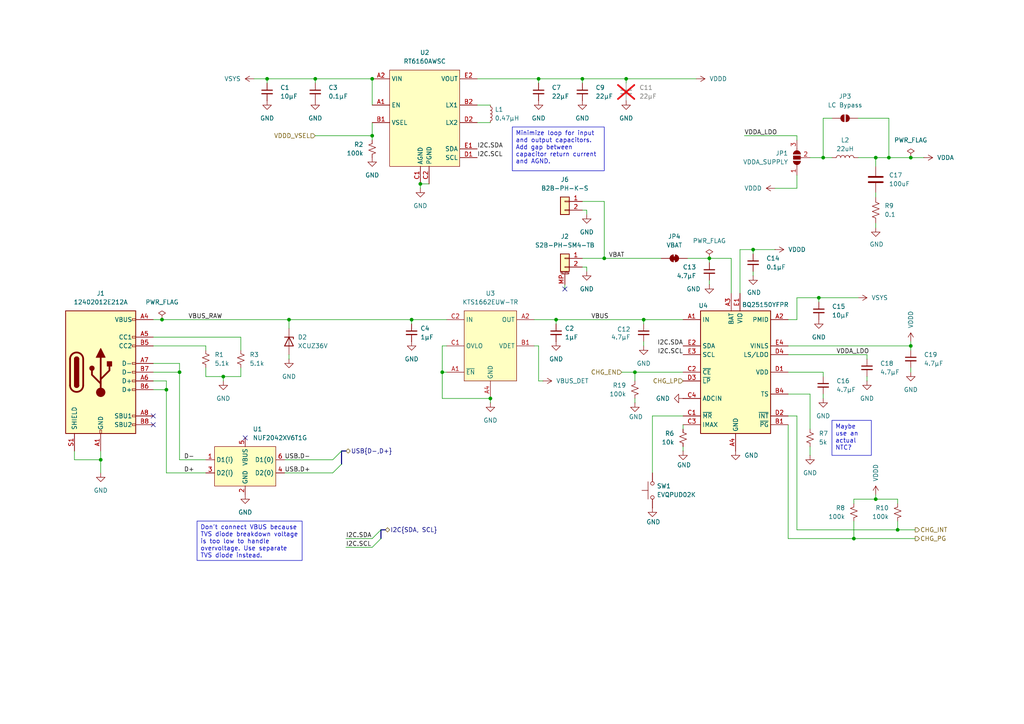
<source format=kicad_sch>
(kicad_sch (version 20231120) (generator "eeschema") (generator_version "8.0")
  (paper "A4")
  (title_block (title "USB, Battery and PMIC"))
  (lib_symbols
    (symbol "Connector:USB_C_Receptacle_USB2.0_16P" (pin_names (offset 1.016))
      (property "Reference" "J" (at 0 22.225 0))
      (property "Value" "USB_C_Receptacle_USB2.0_16P" (at 0 19.685 0))
      (symbol "USB_C_Receptacle_USB2.0_16P_1_1"
        (pin passive line (at 0 -22.86 90) (length 5.08) (name "GND") (number "A1"))
        (pin passive line (at 0 -22.86 90) (length 5.08) hide (name "GND") (number "A12"))
        (pin passive line (at 15.24 15.24 180) (length 5.08) (name "VBUS") (number "A4"))
        (pin bidirectional line (at 15.24 10.16 180) (length 5.08) (name "CC1") (number "A5"))
        (pin bidirectional line (at 15.24 -2.54 180) (length 5.08) (name "D+") (number "A6"))
        (pin bidirectional line (at 15.24 2.54 180) (length 5.08) (name "D-") (number "A7"))
        (pin bidirectional line (at 15.24 -12.7 180) (length 5.08) (name "SBU1") (number "A8"))
        (pin passive line (at 15.24 15.24 180) (length 5.08) hide (name "VBUS") (number "A9"))
        (pin passive line (at 0 -22.86 90) (length 5.08) hide (name "GND") (number "B1"))
        (pin passive line (at 0 -22.86 90) (length 5.08) hide (name "GND") (number "B12"))
        (pin passive line (at 15.24 15.24 180) (length 5.08) hide (name "VBUS") (number "B4"))
        (pin bidirectional line (at 15.24 7.62 180) (length 5.08) (name "CC2") (number "B5"))
        (pin bidirectional line (at 15.24 -5.08 180) (length 5.08) (name "D+") (number "B6"))
        (pin bidirectional line (at 15.24 0 180) (length 5.08) (name "D-") (number "B7"))
        (pin bidirectional line (at 15.24 -15.24 180) (length 5.08) (name "SBU2") (number "B8"))
        (pin passive line (at 15.24 15.24 180) (length 5.08) hide (name "VBUS") (number "B9"))
        (pin passive line (at -7.62 -22.86 90) (length 5.08) (name "SHIELD") (number "S1"))
      )
    )
    (symbol "Connector_Generic:Conn_01x02" (pin_names (offset 1.016) hide)
      (property "Reference" "J" (at 0 2.54 0))
      (property "Value" "Conn_01x02" (at 0 -5.08 0))
      (symbol "Conn_01x02_1_1"
        (pin passive line (at -5.08 0 0) (length 3.81) (name "Pin_1") (number "1"))
        (pin passive line (at -5.08 -2.54 0) (length 3.81) (name "Pin_2") (number "2"))
      )
    )
    (symbol "Connector_Generic_MountingPin:Conn_01x02_MountingPin" (pin_names (offset 1.016) hide)
      (property "Reference" "J" (at 0 2.54 0))
      (property "Value" "Conn_01x02_MountingPin" (at 1.27 -5.08 0))
      (symbol "Conn_01x02_MountingPin_1_1"
        (text "Mounting" (at 0 -4.191 0) (effects (font (size 0.381 0.381))))
        (pin passive line (at -5.08 0 0) (length 3.81) (name "Pin_1") (number "1"))
        (pin passive line (at -5.08 -2.54 0) (length 3.81) (name "Pin_2") (number "2"))
        (pin passive line (at 0 -7.62 90) (length 3.048) (name "MountPin") (number "MP"))
      )
    )
    (symbol "Device:C" (pin_numbers hide) (pin_names (offset 0.254))
      (property "Reference" "C" (at 0.635 2.54 0))
      (property "Value" "C" (at 0.635 -2.54 0))
      (symbol "C_1_1"
        (pin passive line (at 0 3.81 270) (length 2.794) (name "~") (number "1"))
        (pin passive line (at 0 -3.81 90) (length 2.794) (name "~") (number "2"))
      )
    )
    (symbol "Device:C_Small" (pin_numbers hide) (pin_names (offset 0.254) hide)
      (property "Reference" "C" (at 0.254 1.778 0))
      (property "Value" "C_Small" (at 0.254 -2.032 0))
      (symbol "C_Small_1_1"
        (pin passive line (at 0 2.54 270) (length 2.032) (name "~") (number "1"))
        (pin passive line (at 0 -2.54 90) (length 2.032) (name "~") (number "2"))
      )
    )
    (symbol "Device:L" (pin_numbers hide) (pin_names (offset 1.016) hide)
      (property "Reference" "L" (at -1.27 0 90))
      (property "Value" "L" (at 1.905 0 90))
      (symbol "L_1_1"
        (pin passive line (at 0 3.81 270) (length 1.27) (name "1") (number "1"))
        (pin passive line (at 0 -3.81 90) (length 1.27) (name "2") (number "2"))
      )
    )
    (symbol "Device:L_Small" (pin_numbers hide) (pin_names (offset 0.254) hide)
      (property "Reference" "L" (at 0.762 1.016 0))
      (property "Value" "L_Small" (at 0.762 -1.016 0))
      (symbol "L_Small_1_1"
        (pin passive line (at 0 2.54 270) (length 0.508) (name "~") (number "1"))
        (pin passive line (at 0 -2.54 90) (length 0.508) (name "~") (number "2"))
      )
    )
    (symbol "Device:R_Small_US" (pin_numbers hide) (pin_names (offset 0.254) hide)
      (property "Reference" "R" (at 0.762 0.508 0))
      (property "Value" "R_Small_US" (at 0.762 -1.016 0))
      (symbol "R_Small_US_1_1"
        (pin passive line (at 0 2.54 270) (length 1.016) (name "~") (number "1"))
        (pin passive line (at 0 -2.54 90) (length 1.016) (name "~") (number "2"))
      )
    )
    (symbol "Device:R_US" (pin_numbers hide) (pin_names (offset 0))
      (property "Reference" "R" (at 2.54 0 90))
      (property "Value" "R_US" (at -2.54 0 90))
      (symbol "R_US_1_1"
        (pin passive line (at 0 3.81 270) (length 1.27) (name "~") (number "1"))
        (pin passive line (at 0 -3.81 90) (length 1.27) (name "~") (number "2"))
      )
    )
    (symbol "Diode:ZPYxx" (pin_numbers hide) (pin_names hide)
      (property "Reference" "D" (at 0 2.54 0))
      (property "Value" "ZPYxx" (at 0 -2.54 0))
      (symbol "ZPYxx_1_1"
        (pin passive line (at -3.81 0 0) (length 2.54) (name "K") (number "1"))
        (pin passive line (at 3.81 0 180) (length 2.54) (name "A") (number "2"))
      )
    )
    (symbol "Jumper:SolderJumper_2_Bridged" (pin_numbers hide) (pin_names (offset 0) hide) (exclude_from_sim yes) (in_bom no)
      (property "Reference" "JP" (at 0 2.032 0))
      (property "Value" "SolderJumper_2_Bridged" (at 0 -2.54 0))
      (symbol "SolderJumper_2_Bridged_1_1"
        (pin passive line (at -3.81 0 0) (length 2.54) (name "A") (number "1"))
        (pin passive line (at 3.81 0 180) (length 2.54) (name "B") (number "2"))
      )
    )
    (symbol "Jumper:SolderJumper_2_Open" (pin_numbers hide) (pin_names (offset 0) hide) (exclude_from_sim yes) (in_bom no)
      (property "Reference" "JP" (at 0 2.032 0))
      (property "Value" "SolderJumper_2_Open" (at 0 -2.54 0))
      (symbol "SolderJumper_2_Open_1_1"
        (pin passive line (at -3.81 0 0) (length 2.54) (name "A") (number "1"))
        (pin passive line (at 3.81 0 180) (length 2.54) (name "B") (number "2"))
      )
    )
    (symbol "Jumper:SolderJumper_3_Open" (pin_names (offset 0) hide) (exclude_from_sim yes) (in_bom no)
      (property "Reference" "JP" (at -2.54 -2.54 0))
      (property "Value" "SolderJumper_3_Open" (at 0 2.794 0))
      (symbol "SolderJumper_3_Open_1_1"
        (pin passive line (at -5.08 0 0) (length 2.54) (name "A") (number "1"))
        (pin passive line (at 0 -3.81 90) (length 2.54) (name "C") (number "2"))
        (pin passive line (at 5.08 0 180) (length 2.54) (name "B") (number "3"))
      )
    )
    (symbol "Switch:SW_Push" (pin_numbers hide) (pin_names (offset 1.016) hide)
      (property "Reference" "SW" (at 1.27 2.54 0))
      (property "Value" "SW_Push" (at 0 -1.524 0))
      (symbol "SW_Push_0_1"
        (pin passive line (at -5.08 0 0) (length 2.54) (name "1") (number "1"))
        (pin passive line (at 5.08 0 180) (length 2.54) (name "2") (number "2"))
      )
    )
    (symbol "power:GND" (power) (pin_numbers hide) (pin_names (offset 0) hide)
      (property "Value" "GND" (at 0 -3.81 0))
      (symbol "GND_1_1"
        (pin power_in line (at 0 0 270) (length 0) (name "~") (number "1"))
      )
    )
    (symbol "power:PWR_FLAG" (power) (pin_numbers hide) (pin_names (offset 0) hide)
      (property "Value" "PWR_FLAG" (at 0 3.81 0))
      (symbol "PWR_FLAG_0_0"
        (pin power_out line (at 0 0 90) (length 0) (name "~") (number "1"))
      )
    )
    (symbol "power:VCC" (power) (pin_numbers hide) (pin_names (offset 0) hide)
      (property "Value" "VCC" (at 0 3.556 0))
      (symbol "VCC_1_1"
        (pin power_in line (at 0 0 90) (length 0) (name "~") (number "1"))
      )
    )
    (symbol "zeus-le:BQ25150"
      (property "Reference" "U" (at -10.16 19.05 0))
      (property "Value" "BQ25150" (at 9.652 19.05 0))
      (symbol "BQ25150_1_1"
        (pin power_in line (at -15.24 15.24 0) (length 5.08) (name "IN") (number "A1"))
        (pin power_out line (at 15.24 15.24 180) (length 5.08) (name "PMID") (number "A2"))
        (pin power_in line (at -1.27 22.86 270) (length 5.08) (name "BAT") (number "A3"))
        (pin power_in line (at 0 -22.86 90) (length 5.08) (name "GND") (number "A4"))
        (pin output line (at 15.24 -15.24 180) (length 5.08) (name "~{PG}") (number "B1"))
        (pin passive line (at 15.24 15.24 180) (length 5.08) hide (name "PMID") (number "B2"))
        (pin passive line (at -1.27 22.86 270) (length 5.08) hide (name "BAT") (number "B3"))
        (pin power_out line (at 15.24 -6.35 180) (length 5.08) (name "TS") (number "B4"))
        (pin input line (at -15.24 -12.7 0) (length 5.08) (name "~{MR}") (number "C1"))
        (pin input line (at -15.24 0 0) (length 5.08) (name "~{CE}") (number "C2"))
        (pin input line (at -15.24 -15.24 0) (length 5.08) (name "IMAX") (number "C3"))
        (pin input line (at -15.24 -7.62 0) (length 5.08) (name "ADCIN") (number "C4"))
        (pin power_out line (at 15.24 0 180) (length 5.08) (name "VDD") (number "D1"))
        (pin output line (at 15.24 -12.7 180) (length 5.08) (name "~{INT}") (number "D2"))
        (pin input line (at -15.24 -2.54 0) (length 5.08) (name "~{LP}") (number "D3"))
        (pin power_out line (at 15.24 5.08 180) (length 5.08) (name "LS/LDO") (number "D4"))
        (pin power_in line (at 1.27 22.86 270) (length 5.08) (name "VIO") (number "E1"))
        (pin bidirectional line (at -15.24 7.62 0) (length 5.08) (name "SDA") (number "E2"))
        (pin input line (at -15.24 5.08 0) (length 5.08) (name "SCL") (number "E3"))
        (pin power_in line (at 15.24 7.62 180) (length 5.08) (name "VINLS") (number "E4"))
      )
    )
    (symbol "zeus-le:KTS1662"
      (property "Reference" "U" (at -6.858 10.16 0))
      (property "Value" "KTS1662" (at 3.048 10.16 0))
      (symbol "KTS1662_1_1"
        (pin input line (at -12.7 -8.89 0) (length 5.08) (name "~{EN}") (number "A1"))
        (pin power_out line (at 12.7 6.35 180) (length 5.08) (name "OUT") (number "A2"))
        (pin passive line (at 12.7 6.35 180) (length 5.08) hide (name "OUT") (number "A3"))
        (pin power_in line (at 0 -16.51 90) (length 5.08) (name "GND") (number "A4"))
        (pin power_out line (at 12.7 -1.27 180) (length 5.08) (name "VDET") (number "B1"))
        (pin passive line (at 12.7 6.35 180) (length 5.08) hide (name "OUT") (number "B2"))
        (pin passive line (at -12.7 6.35 0) (length 5.08) hide (name "IN") (number "B3"))
        (pin passive line (at 0 -16.51 90) (length 5.08) hide (name "GND") (number "B4"))
        (pin input line (at -12.7 -1.27 0) (length 5.08) (name "OVLO") (number "C1"))
        (pin power_in line (at -12.7 6.35 0) (length 5.08) (name "IN") (number "C2"))
        (pin passive line (at -12.7 6.35 0) (length 5.08) hide (name "IN") (number "C3"))
        (pin passive line (at 0 -16.51 90) (length 5.08) hide (name "GND") (number "C4"))
      )
    )
    (symbol "zeus-le:NUF2042XV6"
      (property "Reference" "U" (at -8.382 13.97 0))
      (property "Value" "NUF2042XV6" (at 7.62 13.97 0))
      (symbol "NUF2042XV6_1_1"
        (pin passive line (at -11.43 8.89 0) (length 2.54) (name "D1(i)") (number "1"))
        (pin power_in line (at 0 -1.27 90) (length 2.54) (name "GND") (number "2"))
        (pin passive line (at -11.43 5.08 0) (length 2.54) (name "D2(i)") (number "3"))
        (pin passive line (at 11.43 5.08 180) (length 2.54) (name "D2(0)") (number "4"))
        (pin power_in line (at 0 15.24 270) (length 2.54) (name "VBUS") (number "5"))
        (pin passive line (at 11.43 8.89 180) (length 2.54) (name "D1(0)") (number "6"))
      )
    )
    (symbol "zeus-le:RT6160AWSC"
      (property "Reference" "U" (at -9.652 14.986 0))
      (property "Value" "RT6160AWSC" (at 6.096 14.986 0))
      (symbol "RT6160AWSC_1_1"
        (pin input line (at -15.24 3.81 0) (length 5.08) (name "EN") (number "A1"))
        (pin power_in line (at -15.24 11.43 0) (length 5.08) (name "VIN") (number "A2"))
        (pin passive line (at -15.24 11.43 0) (length 5.08) hide (name "VIN") (number "A3"))
        (pin input line (at -15.24 -1.27 0) (length 5.08) (name "VSEL") (number "B1"))
        (pin output line (at 15.24 3.81 180) (length 5.08) (name "LX1") (number "B2"))
        (pin passive line (at 15.24 3.81 180) (length 5.08) hide (name "LX1") (number "B3"))
        (pin power_in line (at -1.27 -19.05 90) (length 5.08) (name "AGND") (number "C1"))
        (pin power_in line (at 1.27 -19.05 90) (length 5.08) (name "PGND") (number "C2"))
        (pin passive line (at 1.27 -19.05 90) (length 5.08) hide (name "PGND") (number "C3"))
        (pin input line (at 15.24 -11.43 180) (length 5.08) (name "SCL") (number "D1"))
        (pin output line (at 15.24 -1.27 180) (length 5.08) (name "LX2") (number "D2"))
        (pin passive line (at 15.24 -1.27 180) (length 5.08) hide (name "LX2") (number "D3"))
        (pin bidirectional line (at 15.24 -8.89 180) (length 5.08) (name "SDA") (number "E1"))
        (pin power_out line (at 15.24 11.43 180) (length 5.08) (name "VOUT") (number "E2"))
        (pin passive line (at 15.24 11.43 180) (length 5.08) hide (name "VOUT") (number "E3"))
      )
    )
  )
  (junction (at 52.07 107.95))
  (junction (at 186.69 92.71))
  (junction (at 156.21 22.86))
  (junction (at 121.92 53.34))
  (junction (at 29.21 133.35))
  (junction (at 218.44 72.39))
  (junction (at 77.47 22.86))
  (junction (at 48.26 113.03))
  (junction (at 237.49 86.36))
  (junction (at 247.65 156.21))
  (junction (at 119.38 92.71))
  (junction (at 168.91 22.86))
  (junction (at 107.95 39.37))
  (junction (at 91.44 22.86))
  (junction (at 46.99 92.71))
  (junction (at 128.27 107.95))
  (junction (at 142.24 115.57))
  (junction (at 254 144.78))
  (junction (at 257.81 45.72))
  (junction (at 184.15 107.95))
  (junction (at 181.61 22.86))
  (junction (at 264.16 45.72))
  (junction (at 260.35 153.67))
  (junction (at 83.82 92.71))
  (junction (at 64.77 109.22))
  (junction (at 161.29 92.71))
  (junction (at 205.74 74.93))
  (junction (at 254 45.72))
  (junction (at 107.95 22.86))
  (junction (at 238.76 45.72))
  (junction (at 264.16 100.33))
  (junction (at 175.26 74.93))
  (no_connect (at 71.12 127))
  (no_connect (at 44.45 123.19))
  (no_connect (at 163.83 83.82))
  (no_connect (at 44.45 120.65))
  (bus_entry (at 99.06 130.81) (size -2.54 2.54))
  (bus_entry (at 99.06 134.62) (size -2.54 2.54))
  (bus_entry (at 110.49 153.67) (size -2.54 2.54))
  (bus_entry (at 110.49 156.21) (size -2.54 2.54))
  (wire (pts (xy 238.76 34.29) (xy 241.3 34.29)))
  (wire (pts (xy 231.14 92.71) (xy 228.6 92.71)))
  (wire (pts (xy 254 48.26) (xy 254 45.72)))
  (wire (pts (xy 77.47 24.13) (xy 77.47 22.86)))
  (wire (pts (xy 231.14 54.61) (xy 231.14 50.8)))
  (wire (pts (xy 138.43 22.86) (xy 156.21 22.86)))
  (wire (pts (xy 91.44 24.13) (xy 91.44 22.86)))
  (wire (pts (xy 59.69 100.33) (xy 59.69 101.6)))
  (wire (pts (xy 83.82 92.71) (xy 83.82 95.25)))
  (wire (pts (xy 128.27 100.33) (xy 128.27 107.95)))
  (wire (pts (xy 138.43 30.48) (xy 142.24 30.48)))
  (wire (pts (xy 205.74 82.55) (xy 205.74 81.28)))
  (wire (pts (xy 234.95 129.54) (xy 234.95 132.08)))
  (wire (pts (xy 48.26 137.16) (xy 48.26 113.03)))
  (wire (pts (xy 254 144.78) (xy 260.35 144.78)))
  (wire (pts (xy 168.91 22.86) (xy 181.61 22.86)))
  (wire (pts (xy 154.94 92.71) (xy 161.29 92.71)))
  (wire (pts (xy 91.44 39.37) (xy 107.95 39.37)))
  (wire (pts (xy 156.21 100.33) (xy 156.21 110.49)))
  (wire (pts (xy 247.65 144.78) (xy 247.65 146.05)))
  (wire (pts (xy 83.82 92.71) (xy 119.38 92.71)))
  (wire (pts (xy 260.35 153.67) (xy 231.14 153.67)))
  (wire (pts (xy 52.07 133.35) (xy 59.69 133.35)))
  (wire (pts (xy 107.95 39.37) (xy 107.95 35.56)))
  (wire (pts (xy 186.69 93.98) (xy 186.69 92.71)))
  (wire (pts (xy 163.83 83.82) (xy 163.83 82.55)))
  (wire (pts (xy 264.16 99.06) (xy 264.16 100.33)))
  (wire (pts (xy 175.26 58.42) (xy 175.26 74.93)))
  (wire (pts (xy 168.91 74.93) (xy 175.26 74.93)))
  (wire (pts (xy 156.21 110.49) (xy 157.48 110.49)))
  (wire (pts (xy 107.95 22.86) (xy 107.95 30.48)))
  (wire (pts (xy 77.47 22.86) (xy 91.44 22.86)))
  (wire (pts (xy 212.09 74.93) (xy 212.09 85.09)))
  (wire (pts (xy 82.55 137.16) (xy 96.52 137.16)))
  (wire (pts (xy 231.14 39.37) (xy 231.14 40.64)))
  (wire (pts (xy 175.26 74.93) (xy 191.77 74.93)))
  (wire (pts (xy 238.76 45.72) (xy 238.76 34.29)))
  (wire (pts (xy 52.07 105.41) (xy 52.07 107.95)))
  (wire (pts (xy 91.44 22.86) (xy 107.95 22.86)))
  (wire (pts (xy 29.21 133.35) (xy 29.21 130.81)))
  (wire (pts (xy 234.95 114.3) (xy 234.95 124.46)))
  (wire (pts (xy 100.33 156.21) (xy 107.95 156.21)))
  (wire (pts (xy 214.63 72.39) (xy 218.44 72.39)))
  (wire (pts (xy 228.6 102.87) (xy 251.46 102.87)))
  (wire (pts (xy 184.15 107.95) (xy 198.12 107.95)))
  (wire (pts (xy 154.94 100.33) (xy 156.21 100.33)))
  (wire (pts (xy 170.18 77.47) (xy 170.18 78.74)))
  (wire (pts (xy 181.61 22.86) (xy 201.93 22.86)))
  (wire (pts (xy 142.24 116.84) (xy 142.24 115.57)))
  (wire (pts (xy 238.76 107.95) (xy 238.76 109.22)))
  (wire (pts (xy 237.49 86.36) (xy 237.49 87.63)))
  (wire (pts (xy 44.45 113.03) (xy 48.26 113.03)))
  (wire (pts (xy 69.85 106.68) (xy 69.85 109.22)))
  (wire (pts (xy 257.81 45.72) (xy 264.16 45.72)))
  (wire (pts (xy 170.18 62.23) (xy 170.18 60.96)))
  (wire (pts (xy 198.12 124.46) (xy 198.12 123.19)))
  (wire (pts (xy 181.61 24.13) (xy 181.61 22.86)))
  (wire (pts (xy 121.92 53.34) (xy 121.92 54.61)))
  (bus (pts (xy 99.06 130.81) (xy 99.06 134.62)))
  (wire (pts (xy 199.39 74.93) (xy 205.74 74.93)))
  (wire (pts (xy 121.92 53.34) (xy 124.46 53.34)))
  (wire (pts (xy 254 45.72) (xy 257.81 45.72)))
  (wire (pts (xy 59.69 106.68) (xy 59.69 109.22)))
  (wire (pts (xy 156.21 22.86) (xy 168.91 22.86)))
  (wire (pts (xy 21.59 130.81) (xy 21.59 133.35)))
  (wire (pts (xy 44.45 100.33) (xy 59.69 100.33)))
  (wire (pts (xy 231.14 120.65) (xy 228.6 120.65)))
  (bus (pts (xy 111.76 153.67) (xy 110.49 153.67)))
  (wire (pts (xy 251.46 104.14) (xy 251.46 102.87)))
  (wire (pts (xy 180.34 107.95) (xy 184.15 107.95)))
  (wire (pts (xy 231.14 153.67) (xy 231.14 120.65)))
  (wire (pts (xy 264.16 107.95) (xy 264.16 106.68)))
  (wire (pts (xy 128.27 107.95) (xy 128.27 115.57)))
  (wire (pts (xy 251.46 110.49) (xy 251.46 109.22)))
  (wire (pts (xy 254 66.04) (xy 254 64.77)))
  (wire (pts (xy 247.65 156.21) (xy 265.43 156.21)))
  (wire (pts (xy 21.59 133.35) (xy 29.21 133.35)))
  (wire (pts (xy 52.07 107.95) (xy 52.07 133.35)))
  (wire (pts (xy 184.15 115.57) (xy 184.15 116.84)))
  (wire (pts (xy 138.43 35.56) (xy 142.24 35.56)))
  (wire (pts (xy 189.23 120.65) (xy 198.12 120.65)))
  (wire (pts (xy 254 144.78) (xy 247.65 144.78)))
  (wire (pts (xy 168.91 77.47) (xy 170.18 77.47)))
  (wire (pts (xy 254 143.51) (xy 254 144.78)))
  (wire (pts (xy 119.38 92.71) (xy 129.54 92.71)))
  (wire (pts (xy 44.45 105.41) (xy 52.07 105.41)))
  (wire (pts (xy 257.81 34.29) (xy 257.81 45.72)))
  (wire (pts (xy 69.85 97.79) (xy 69.85 101.6)))
  (wire (pts (xy 205.74 74.93) (xy 212.09 74.93)))
  (wire (pts (xy 44.45 107.95) (xy 52.07 107.95)))
  (wire (pts (xy 168.91 58.42) (xy 175.26 58.42)))
  (wire (pts (xy 238.76 115.57) (xy 238.76 114.3)))
  (wire (pts (xy 238.76 45.72) (xy 241.3 45.72)))
  (wire (pts (xy 264.16 45.72) (xy 267.97 45.72)))
  (wire (pts (xy 224.79 54.61) (xy 231.14 54.61)))
  (wire (pts (xy 168.91 24.13) (xy 168.91 22.86)))
  (wire (pts (xy 184.15 107.95) (xy 184.15 110.49)))
  (wire (pts (xy 248.92 34.29) (xy 257.81 34.29)))
  (wire (pts (xy 64.77 110.49) (xy 64.77 109.22)))
  (wire (pts (xy 260.35 144.78) (xy 260.35 146.05)))
  (wire (pts (xy 119.38 92.71) (xy 119.38 93.98)))
  (wire (pts (xy 218.44 73.66) (xy 218.44 72.39)))
  (wire (pts (xy 128.27 100.33) (xy 129.54 100.33)))
  (wire (pts (xy 214.63 85.09) (xy 214.63 72.39)))
  (wire (pts (xy 228.6 100.33) (xy 264.16 100.33)))
  (wire (pts (xy 29.21 137.16) (xy 29.21 133.35)))
  (wire (pts (xy 44.45 92.71) (xy 46.99 92.71)))
  (wire (pts (xy 73.66 22.86) (xy 77.47 22.86)))
  (wire (pts (xy 82.55 133.35) (xy 96.52 133.35)))
  (wire (pts (xy 228.6 156.21) (xy 247.65 156.21)))
  (wire (pts (xy 260.35 151.13) (xy 260.35 153.67)))
  (wire (pts (xy 231.14 86.36) (xy 231.14 92.71)))
  (wire (pts (xy 234.95 45.72) (xy 238.76 45.72)))
  (wire (pts (xy 205.74 76.2) (xy 205.74 74.93)))
  (wire (pts (xy 218.44 72.39) (xy 224.79 72.39)))
  (wire (pts (xy 107.95 40.64) (xy 107.95 39.37)))
  (wire (pts (xy 128.27 107.95) (xy 129.54 107.95)))
  (wire (pts (xy 128.27 115.57) (xy 142.24 115.57)))
  (wire (pts (xy 198.12 129.54) (xy 198.12 130.81)))
  (wire (pts (xy 100.33 158.75) (xy 107.95 158.75)))
  (wire (pts (xy 186.69 100.33) (xy 186.69 99.06)))
  (wire (pts (xy 264.16 101.6) (xy 264.16 100.33)))
  (wire (pts (xy 44.45 97.79) (xy 69.85 97.79)))
  (wire (pts (xy 46.99 92.71) (xy 83.82 92.71)))
  (wire (pts (xy 48.26 137.16) (xy 59.69 137.16)))
  (wire (pts (xy 254 57.15) (xy 254 55.88)))
  (wire (pts (xy 228.6 107.95) (xy 238.76 107.95)))
  (wire (pts (xy 228.6 123.19) (xy 228.6 156.21)))
  (bus (pts (xy 110.49 156.21) (xy 110.49 153.67)))
  (wire (pts (xy 218.44 78.74) (xy 218.44 80.01)))
  (wire (pts (xy 59.69 109.22) (xy 64.77 109.22)))
  (bus (pts (xy 99.06 130.81) (xy 100.33 130.81)))
  (wire (pts (xy 247.65 151.13) (xy 247.65 156.21)))
  (wire (pts (xy 215.9 39.37) (xy 231.14 39.37)))
  (wire (pts (xy 161.29 92.71) (xy 186.69 92.71)))
  (wire (pts (xy 189.23 137.16) (xy 189.23 120.65)))
  (wire (pts (xy 48.26 110.49) (xy 48.26 113.03)))
  (wire (pts (xy 248.92 86.36) (xy 237.49 86.36)))
  (wire (pts (xy 44.45 110.49) (xy 48.26 110.49)))
  (wire (pts (xy 83.82 104.14) (xy 83.82 102.87)))
  (wire (pts (xy 228.6 114.3) (xy 234.95 114.3)))
  (wire (pts (xy 69.85 109.22) (xy 64.77 109.22)))
  (wire (pts (xy 156.21 24.13) (xy 156.21 22.86)))
  (wire (pts (xy 265.43 153.67) (xy 260.35 153.67)))
  (wire (pts (xy 161.29 92.71) (xy 161.29 93.98)))
  (wire (pts (xy 186.69 92.71) (xy 198.12 92.71)))
  (wire (pts (xy 237.49 86.36) (xy 231.14 86.36)))
  (wire (pts (xy 170.18 60.96) (xy 168.91 60.96)))
  (wire (pts (xy 248.92 45.72) (xy 254 45.72)))
  (text_box "Minimize loop for input and output capacitors. Add gap between capacitor return current and AGND." (at 148.59 36.83 0) (size 26.67 12.7) (effects (font (size 1.27 1.27)) (justify left top)))
  (text_box "Don't connect VBUS because TVS diode breakdown voltage is too low to handle overvoltage. Use separate TVS diode instead." (at 57.15 151.13 0) (size 30.48 11.43) (effects (font (size 1.27 1.27)) (justify left top)))
  (text_box "Maybe use an actual NTC?" (at 241.3 121.92 0) (size 11.43 10.16) (effects (font (size 1.27 1.27)) (justify left top)))
  (label "VDDA_LDO" (at 242.57 102.87 0))
  (label "I2C.SCL" (at 198.12 102.87 180))
  (label "I2C.SCL" (at 138.43 45.72 0))
  (label "VDDA_LDO" (at 215.9 39.37 0))
  (label "I2C.SDA" (at 138.43 43.18 0))
  (label "I2C.SDA" (at 198.12 100.33 180))
  (label "I2C.SCL" (at 100.33 158.75 0))
  (label "VBUS" (at 171.45 92.71 0))
  (label "USB.D-" (at 82.55 133.35 0))
  (label "VBUS_RAW" (at 54.61 92.71 0))
  (label "USB.D+" (at 82.55 137.16 0))
  (label "D+" (at 53.34 137.16 0))
  (label "VBAT" (at 176.53 74.93 0))
  (label "D-" (at 53.34 133.35 0))
  (label "I2C.SDA" (at 100.33 156.21 0))
  (hierarchical_label "CHG_INT" (shape output) (at 265.43 153.67 0))
  (hierarchical_label "CHG_PG" (shape output) (at 265.43 156.21 0))
  (hierarchical_label "USB{D-,D+}" (shape bidirectional) (at 100.33 130.81 0))
  (hierarchical_label "VDDD_VSEL" (shape input) (at 91.44 39.37 180))
  (hierarchical_label "CHG_LP" (shape input) (at 198.12 110.49 180))
  (hierarchical_label "CHG_EN" (shape input) (at 180.34 107.95 180))
  (hierarchical_label "I2C{SDA, SCL}" (shape bidirectional) (at 111.76 153.67 0))
  (symbol (lib_id "zeus-le:NUF2042XV6") (at 71.12 142.24 0) (unit 1)
    (property "Reference" "U1" (at 73.3141 124.46 0) (effects (justify left)))
    (property "Value" "NUF2042XV6T1G" (at 73.3141 127 0) (effects (justify left)))
    (property "Footprint" "Package_TO_SOT_SMD:SOT-563" (effects (hide yes)))
    (property "Datasheet" "https://www.onsemi.com/pdf/datasheet/nuf2030xv6-d.pdf" (effects (hide yes)))
    (property "Description" "USB Upstream Terminator with ESD Protection, SOT-563" (effects (hide yes)))
    (property "manf#" "NUF2042XV6T1G " (effects (hide yes)))
  )
  (symbol (lib_id "Device:C_Small") (at 181.61 26.67 0) (unit 1) (dnp yes)
    (property "Reference" "C11" (at 185.42 25.3999 0) (effects (justify left)))
    (property "Value" "22µF" (at 185.42 27.9399 0) (effects (justify left)))
    (property "Footprint" "Capacitor_SMD:C_0603_1608Metric" (effects (hide yes)))
    (property "Description" "Capacitor, 16V, X7R" (effects (hide yes)))
    (property "manf#" "CL10A226MP8NUNE" (effects (hide yes)))
  )
  (symbol (lib_id "power:GND") (at 213.36 130.81 0) (unit 1)
    (property "Reference" "#PWR030" (effects (hide yes)))
    (property "Value" "GND" (at 215.9 132.0799 0) (effects (justify left)))
    (property "Description" "Power symbol creates a global label with name \"GND\" , ground" (effects (hide yes)))
  )
  (symbol (lib_id "Device:R_Small_US") (at 198.12 127 0) (unit 1)
    (property "Reference" "R6" (at 195.58 125.7299 0) (effects (justify right)))
    (property "Value" "10k" (at 195.58 128.2699 0) (effects (justify right)))
    (property "Footprint" "Resistor_SMD:R_0402_1005Metric" (effects (hide yes)))
    (property "Description" "Resistor, +/- 10%" (effects (hide yes)))
    (property "manf#" "CR0402-JW-103GLF" (effects (hide yes)))
  )
  (symbol (lib_id "Device:C_Small") (at 251.46 106.68 0) (unit 1)
    (property "Reference" "C18" (at 255.27 105.4099 0) (effects (justify left)))
    (property "Value" "4.7µF" (at 255.27 107.9499 0) (effects (justify left)))
    (property "Footprint" "Capacitor_SMD:C_0603_1608Metric" (effects (hide yes)))
    (property "Description" "Capacitor, decoupling, 25V, X7R, >1µF after derating" (effects (hide yes)))
    (property "manf#" "C1608X5R1E475K080AC" (effects (hide yes)))
  )
  (symbol (lib_id "power:GND") (at 184.15 116.84 0) (unit 1)
    (property "Reference" "#PWR044" (effects (hide yes)))
    (property "Value" "GND" (at 182.372 120.904 0) (effects (justify left)))
    (property "Description" "Power symbol creates a global label with name \"GND\" , ground" (effects (hide yes)))
  )
  (symbol (lib_id "power:GND") (at 161.29 99.06 0) (unit 1)
    (property "Reference" "#PWR08" (effects (hide yes)))
    (property "Value" "GND" (at 161.29 104.14 0))
    (property "Description" "Power symbol creates a global label with name \"GND\" , ground" (effects (hide yes)))
  )
  (symbol (lib_id "power:VCC") (at 224.79 72.39 270) (unit 1)
    (property "Reference" "#PWR033" (effects (hide yes)))
    (property "Value" "VDDD" (at 228.6 72.3899 90) (effects (justify left)))
    (property "Description" "Digital supply, 3.4V" (effects (hide yes)))
  )
  (symbol (lib_id "Device:R_Small_US") (at 69.85 104.14 0) (unit 1)
    (property "Reference" "R3" (at 72.39 102.8699 0) (effects (justify left)))
    (property "Value" "5.1k" (at 72.39 105.4099 0) (effects (justify left)))
    (property "Footprint" "Resistor_SMD:R_0402_1005Metric" (effects (hide yes)))
    (property "Description" "Resistor, USB CC" (effects (hide yes)))
    (property "manf#" "CR0402-JW-512GLF" (effects (hide yes)))
  )
  (symbol (lib_id "power:GND") (at 198.12 130.81 0) (unit 1)
    (property "Reference" "#PWR028" (effects (hide yes)))
    (property "Value" "GND" (at 196.342 134.874 0) (effects (justify left)))
    (property "Description" "Power symbol creates a global label with name \"GND\" , ground" (effects (hide yes)))
  )
  (symbol (lib_id "power:GND") (at 156.21 29.21 0) (unit 1)
    (property "Reference" "#PWR015" (effects (hide yes)))
    (property "Value" "GND" (at 156.21 34.29 0))
    (property "Description" "Power symbol creates a global label with name \"GND\" , ground" (effects (hide yes)))
  )
  (symbol (lib_id "power:GND") (at 64.77 110.49 0) (unit 1)
    (property "Reference" "#PWR05" (effects (hide yes)))
    (property "Value" "GND" (at 64.77 115.57 0))
    (property "Description" "Power symbol creates a global label with name \"GND\" , ground" (effects (hide yes)))
  )
  (symbol (lib_id "Device:R_Small_US") (at 260.35 148.59 0) (mirror y) (unit 1)
    (property "Reference" "R10" (at 257.81 147.3199 0) (effects (justify left)))
    (property "Value" "100k" (at 257.81 149.8599 0) (effects (justify left)))
    (property "Footprint" "Resistor_SMD:R_0402_1005Metric" (effects (hide yes)))
    (property "Description" "Resistor, pull-up" (effects (hide yes)))
    (property "manf#" "WR04X1003FTL" (effects (hide yes)))
  )
  (symbol (lib_id "Device:R_Small_US") (at 59.69 104.14 0) (unit 1)
    (property "Reference" "R1" (at 62.23 102.8699 0) (effects (justify left)))
    (property "Value" "5.1k" (at 62.23 105.4099 0) (effects (justify left)))
    (property "Footprint" "Resistor_SMD:R_0402_1005Metric" (effects (hide yes)))
    (property "Description" "Resistor, USB CC" (effects (hide yes)))
    (property "manf#" "CR0402-JW-512GLF" (effects (hide yes)))
  )
  (symbol (lib_id "power:GND") (at 237.49 92.71 0) (unit 1)
    (property "Reference" "#PWR035" (effects (hide yes)))
    (property "Value" "GND" (at 237.49 97.79 0))
    (property "Description" "Power symbol creates a global label with name \"GND\" , ground" (effects (hide yes)))
  )
  (symbol (lib_id "power:GND") (at 238.76 115.57 0) (unit 1)
    (property "Reference" "#PWR036" (effects (hide yes)))
    (property "Value" "GND" (at 238.76 120.65 0))
    (property "Description" "Power symbol creates a global label with name \"GND\" , ground" (effects (hide yes)))
  )
  (symbol (lib_id "power:GND") (at 186.69 100.33 0) (unit 1)
    (property "Reference" "#PWR025" (effects (hide yes)))
    (property "Value" "GND" (at 186.69 105.41 0))
    (property "Description" "Power symbol creates a global label with name \"GND\" , ground" (effects (hide yes)))
  )
  (symbol (lib_id "zeus-le:KTS1662") (at 142.24 99.06 0) (unit 1)
    (property "Reference" "U3" (at 142.24 85.09 0))
    (property "Value" "KTS1662EUW-TR" (at 142.24 87.63 0))
    (property "Footprint" "zeus-le:Kinetic_WLCSP-12_1.94x1.28mm_Layout4x3_P0.4mm_Ball0.25mm_Pad0.25mm_NSMD" (effects (hide yes)))
    (property "Datasheet" "https://www.kinet-ic.com/uploads/KTS1662-04d.pdf" (effects (hide yes)))
    (property "Description" "Adjustable Overvoltage Protection Switch, WLCSP-12" (effects (hide yes)))
    (property "manf#" " KTS1662EUW-TR" (effects (hide yes)))
  )
  (symbol (lib_id "Jumper:SolderJumper_2_Bridged") (at 195.58 74.93 0) (unit 1) (exclude_from_sim yes) (in_bom no)
    (property "Reference" "JP4" (at 195.58 68.58 0))
    (property "Value" "VBAT" (at 195.58 71.12 0))
    (property "Footprint" "Jumper:SolderJumper-2_P1.3mm_Bridged_RoundedPad1.0x1.5mm" (effects (hide yes)))
    (property "Description" "Solder Jumper, 2-pole, closed/bridged" (effects (hide yes)))
  )
  (symbol (lib_id "power:PWR_FLAG") (at 46.99 92.71 0) (unit 1)
    (property "Reference" "#FLG01" (effects (hide yes)))
    (property "Value" "PWR_FLAG" (at 46.99 87.63 0))
    (property "Description" "Special symbol for telling ERC where power comes from" (effects (hide yes)))
  )
  (symbol (lib_id "Device:C_Small") (at 205.74 78.74 0) (mirror y) (unit 1)
    (property "Reference" "C13" (at 201.93 77.4699 0) (effects (justify left)))
    (property "Value" "4.7µF" (at 201.93 80.0099 0) (effects (justify left)))
    (property "Footprint" "Capacitor_SMD:C_0603_1608Metric" (effects (hide yes)))
    (property "Description" "Capacitor, decoupling, connected to battery; check leakage" (effects (hide yes)))
    (property "manf#" "C1608X5R1E475K080AC" (effects (hide yes)))
  )
  (symbol (lib_id "zeus-le:BQ25150") (at 213.36 107.95 0) (unit 1)
    (property "Reference" "U4" (at 203.962 88.646 0))
    (property "Value" "BQ25150YFPR" (at 221.996 88.392 0))
    (property "Footprint" "zeus-le:Texas_DSBGA-20_1.615x2.015mm_Layout4x5_P0.4mm_NSMD" (effects (hide yes)))
    (property "Datasheet" "http://www.ti.com/lit/ds/symlink/bq25150.pdf" (effects (hide yes)))
    (property "Description" "I2C Controlled 1-Cell 500-mA Linear Charger with 10-nA Ship Mode, Advanced Power Path Management and Control, ADC, and LDO, DSBGA-20" (effects (hide yes)))
    (property "manf#" "BQ25150YFPR" (effects (hide yes)))
  )
  (symbol (lib_id "power:VCC") (at 264.16 99.06 0) (unit 1)
    (property "Reference" "#PWR042" (effects (hide yes)))
    (property "Value" "VDDD" (at 264.1599 95.25 90) (effects (justify left)))
    (property "Description" "Digital supply, 3.4V" (effects (hide yes)))
  )
  (symbol (lib_id "Device:R_Small_US") (at 234.95 127 0) (unit 1)
    (property "Reference" "R7" (at 237.49 125.7299 0) (effects (justify left)))
    (property "Value" "5k" (at 237.49 128.2699 0) (effects (justify left)))
    (property "Footprint" "Resistor_SMD:R_0402_1005Metric" (effects (hide yes)))
    (property "Description" "Resistor" (effects (hide yes)))
    (property "manf#" "RC0402FR-075KL" (effects (hide yes)))
  )
  (symbol (lib_id "Connector_Generic_MountingPin:Conn_01x02_MountingPin") (at 163.83 74.93 0) (mirror y) (unit 1)
    (property "Reference" "J2" (at 163.83 68.58 0))
    (property "Value" "S2B-PH-SM4-TB" (at 163.83 71.12 0))
    (property "Footprint" "Connector_JST:JST_PH_S2B-PH-SM4-TB_1x02-1MP_P2.00mm_Horizontal" (effects (hide yes)))
    (property "Description" "Generic connectable mounting pin connector, single row, 01x02, script generated (kicad-library-utils/schlib/autogen/connector/)" (effects (hide yes)))
    (property "manf#" "S2B-PH-SM4-TB" (effects (hide yes)))
  )
  (symbol (lib_id "power:GND") (at 142.24 116.84 0) (unit 1)
    (property "Reference" "#PWR012" (effects (hide yes)))
    (property "Value" "GND" (at 142.24 121.92 0))
    (property "Description" "Power symbol creates a global label with name \"GND\" , ground" (effects (hide yes)))
  )
  (symbol (lib_id "power:GND") (at 251.46 110.49 0) (unit 1)
    (property "Reference" "#PWR040" (effects (hide yes)))
    (property "Value" "GND" (at 251.46 115.57 0))
    (property "Description" "Power symbol creates a global label with name \"GND\" , ground" (effects (hide yes)))
  )
  (symbol (lib_id "Device:L_Small") (at 142.24 33.02 0) (unit 1)
    (property "Reference" "L1" (at 143.51 31.7499 0) (effects (justify left)))
    (property "Value" "0.47µH" (at 143.51 34.2899 0) (effects (justify left)))
    (property "Footprint" "zeus-le:L_Bourns_SRP4020FA_4.1x4.1mm" (effects (hide yes)))
    (property "Description" "Buck-boost inductor" (effects (hide yes)))
    (property "manf#" "SRP4020FA-R47M" (effects (hide yes)))
  )
  (symbol (lib_id "power:GND") (at 264.16 107.95 0) (unit 1)
    (property "Reference" "#PWR043" (effects (hide yes)))
    (property "Value" "GND" (at 264.16 113.03 0))
    (property "Description" "Power symbol creates a global label with name \"GND\" , ground" (effects (hide yes)))
  )
  (symbol (lib_id "power:GND") (at 198.12 115.57 270) (unit 1)
    (property "Reference" "#PWR027" (effects (hide yes)))
    (property "Value" "GND" (at 194.31 115.5699 90) (effects (justify right)))
    (property "Description" "Power symbol creates a global label with name \"GND\" , ground" (effects (hide yes)))
  )
  (symbol (lib_id "Device:R_Small_US") (at 184.15 113.03 0) (mirror y) (unit 1)
    (property "Reference" "R19" (at 181.61 111.7599 0) (effects (justify left)))
    (property "Value" "100k" (at 181.61 114.2999 0) (effects (justify left)))
    (property "Footprint" "Resistor_SMD:R_0402_1005Metric" (effects (hide yes)))
    (property "Description" "Resistor, pull-down" (effects (hide yes)))
    (property "manf#" "WR04X1003FTL" (effects (hide yes)))
  )
  (symbol (lib_id "power:PWR_FLAG") (at 264.16 45.72 0) (unit 1)
    (property "Reference" "#FLG03" (effects (hide yes)))
    (property "Value" "PWR_FLAG" (at 264.16 40.64 0))
    (property "Description" "Special symbol for telling ERC where power comes from" (effects (hide yes)))
  )
  (symbol (lib_id "power:GND") (at 218.44 80.01 0) (mirror y) (unit 1)
    (property "Reference" "#PWR032" (effects (hide yes)))
    (property "Value" "GND" (at 220.726 84.836 0) (effects (justify left)))
    (property "Description" "Power symbol creates a global label with name \"GND\" , ground" (effects (hide yes)))
  )
  (symbol (lib_id "power:GND") (at 181.61 29.21 0) (unit 1)
    (property "Reference" "#PWR019" (effects (hide yes)))
    (property "Value" "GND" (at 181.61 34.29 0))
    (property "Description" "Power symbol creates a global label with name \"GND\" , ground" (effects (hide yes)))
  )
  (symbol (lib_id "power:GND") (at 205.74 82.55 0) (mirror y) (unit 1)
    (property "Reference" "#PWR029" (effects (hide yes)))
    (property "Value" "GND" (at 203.2 83.8199 0) (effects (justify left)))
    (property "Description" "Power symbol creates a global label with name \"GND\" , ground" (effects (hide yes)))
  )
  (symbol (lib_id "power:GND") (at 121.92 54.61 0) (unit 1)
    (property "Reference" "#PWR011" (effects (hide yes)))
    (property "Value" "GND" (at 121.92 59.69 0))
    (property "Description" "Power symbol creates a global label with name \"GND\" , ground" (effects (hide yes)))
  )
  (symbol (lib_id "power:VCC") (at 73.66 22.86 90) (unit 1)
    (property "Reference" "#PWR03" (effects (hide yes)))
    (property "Value" "VSYS" (at 69.85 22.8601 90) (effects (justify left)))
    (property "Description" "Unregulated supply, 2.9V - 5.25V" (effects (hide yes)))
  )
  (symbol (lib_id "Device:R_US") (at 254 60.96 0) (unit 1)
    (property "Reference" "R9" (at 256.54 59.6899 0) (effects (justify left)))
    (property "Value" "0.1" (at 256.54 62.2299 0) (effects (justify left)))
    (property "Footprint" "Resistor_SMD:R_0603_1608Metric" (effects (hide yes)))
    (property "Description" "Resistor, LC filter damping" (effects (hide yes)))
    (property "manf#" "CRL0603-FW-R100ELF" (effects (hide yes)))
  )
  (symbol (lib_id "Connector_Generic:Conn_01x02") (at 163.83 58.42 0) (mirror y) (unit 1)
    (property "Reference" "J6" (at 163.83 52.07 0))
    (property "Value" "B2B-PH-K-S" (at 163.83 54.61 0))
    (property "Footprint" "Connector_JST:JST_PH_B2B-PH-K_1x02_P2.00mm_Vertical" (effects (hide yes)))
    (property "Description" "Generic connector, single row, 01x02, script generated (kicad-library-utils/schlib/autogen/connector/)" (effects (hide yes)))
    (property "manf#" "B2B-PH-K-S" (effects (hide yes)))
  )
  (symbol (lib_id "power:GND") (at 189.23 147.32 0) (unit 1)
    (property "Reference" "#PWR026" (effects (hide yes)))
    (property "Value" "GND" (at 187.452 151.384 0) (effects (justify left)))
    (property "Description" "Power symbol creates a global label with name \"GND\" , ground" (effects (hide yes)))
  )
  (symbol (lib_id "Switch:SW_Push") (at 189.23 142.24 90) (unit 1)
    (property "Reference" "SW1" (at 190.5 140.9699 90) (effects (justify right)))
    (property "Value" "EVQPUD02K" (at 190.5 143.5099 90) (effects (justify right)))
    (property "Footprint" "Button_Switch_SMD:Panasonic_EVQPUM_EVQPUD" (effects (hide yes)))
    (property "Description" "Power/Reset" (effects (hide yes)))
    (property "manf#" "EVQPUD02K" (effects (hide yes)))
  )
  (symbol (lib_id "Device:C_Small") (at 156.21 26.67 0) (unit 1)
    (property "Reference" "C7" (at 160.02 25.3999 0) (effects (justify left)))
    (property "Value" "22µF" (at 160.02 27.9399 0) (effects (justify left)))
    (property "Footprint" "Capacitor_SMD:C_0603_1608Metric" (effects (hide yes)))
    (property "Description" "Capacitor, 16V, X7R" (effects (hide yes)))
    (property "manf#" "CL10A226MP8NUNE" (effects (hide yes)))
  )
  (symbol (lib_id "power:VCC") (at 201.93 22.86 270) (unit 1)
    (property "Reference" "#PWR024" (effects (hide yes)))
    (property "Value" "VDDD" (at 205.74 22.8599 90) (effects (justify left)))
    (property "Description" "Digital supply, 3.4V" (effects (hide yes)))
  )
  (symbol (lib_id "Device:C_Small") (at 218.44 76.2 0) (unit 1)
    (property "Reference" "C14" (at 222.25 74.9299 0) (effects (justify left)))
    (property "Value" "0.1µF" (at 222.25 77.4699 0) (effects (justify left)))
    (property "Footprint" "Capacitor_SMD:C_0402_1005Metric" (effects (hide yes)))
    (property "Description" "Capacitor, decoupling, 25V, X5R" (effects (hide yes)))
    (property "manf#" "CL05A104KA5NNNC" (effects (hide yes)))
  )
  (symbol (lib_id "Device:C_Small") (at 186.69 96.52 0) (mirror y) (unit 1)
    (property "Reference" "C12" (at 182.88 95.504 0) (effects (justify left)))
    (property "Value" "4.7µF" (at 182.88 97.7899 0) (effects (justify left)))
    (property "Footprint" "Capacitor_SMD:C_0603_1608Metric" (effects (hide yes)))
    (property "Description" "Capacitor, 10V, >1µF after derating" (effects (hide yes)))
    (property "manf#" "C1608X5R1E475K080AC" (effects (hide yes)))
  )
  (symbol (lib_id "Device:C_Small") (at 161.29 96.52 0) (unit 1)
    (property "Reference" "C2" (at 163.83 95.2562 0) (effects (justify left)))
    (property "Value" "1µF" (at 163.83 97.7962 0) (effects (justify left)))
    (property "Footprint" "Capacitor_SMD:C_0603_1608Metric" (effects (hide yes)))
    (property "Description" "Capacitor, decoupling, 10V, X7R" (effects (hide yes)))
    (property "manf#" "CL10B105KP8NNNC" (effects (hide yes)))
  )
  (symbol (lib_id "power:GND") (at 91.44 29.21 0) (unit 1)
    (property "Reference" "#PWR06" (effects (hide yes)))
    (property "Value" "GND" (at 91.44 34.29 0))
    (property "Description" "Power symbol creates a global label with name \"GND\" , ground" (effects (hide yes)))
  )
  (symbol (lib_id "Device:C_Small") (at 119.38 96.52 0) (unit 1)
    (property "Reference" "C4" (at 121.92 95.2562 0) (effects (justify left)))
    (property "Value" "1µF" (at 121.92 97.7962 0) (effects (justify left)))
    (property "Footprint" "Capacitor_SMD:C_0603_1608Metric" (effects (hide yes)))
    (property "Description" "Capacitor, decoupling, 50V, X5R" (effects (hide yes)))
    (property "manf#" "CL10A105KB8NNNC" (effects (hide yes)))
  )
  (symbol (lib_id "Diode:ZPYxx") (at 83.82 99.06 270) (unit 1)
    (property "Reference" "D2" (at 86.36 97.7899 90) (effects (justify left)))
    (property "Value" "XCUZ36V" (at 86.36 100.3299 90) (effects (justify left)))
    (property "Footprint" "Diode_SMD:D_SOD-323" (effects (hide yes)))
    (property "Datasheet" "http://www.vishay.com/docs/85790/zpy3v9.pdf" (effects (hide yes)))
    (property "Description" "Zener Diode, 36V, SOD-323" (effects (hide yes)))
    (property "manf#" "XCUZ36V" (effects (hide yes)))
  )
  (symbol (lib_id "Device:C_Small") (at 168.91 26.67 0) (unit 1)
    (property "Reference" "C9" (at 172.72 25.3999 0) (effects (justify left)))
    (property "Value" "22µF" (at 172.72 27.9399 0) (effects (justify left)))
    (property "Footprint" "Capacitor_SMD:C_0603_1608Metric" (effects (hide yes)))
    (property "Description" "Capacitor, 16V, X7R" (effects (hide yes)))
    (property "manf#" "CL10A226MP8NUNE" (effects (hide yes)))
  )
  (symbol (lib_id "power:GND") (at 170.18 62.23 0) (unit 1)
    (property "Reference" "#PWR074" (effects (hide yes)))
    (property "Value" "GND" (at 170.18 67.31 0))
    (property "Description" "Power symbol creates a global label with name \"GND\" , ground" (effects (hide yes)))
  )
  (symbol (lib_id "power:GND") (at 71.12 143.51 0) (unit 1)
    (property "Reference" "#PWR02" (effects (hide yes)))
    (property "Value" "GND" (at 71.12 148.59 0))
    (property "Description" "Power symbol creates a global label with name \"GND\" , ground" (effects (hide yes)))
  )
  (symbol (lib_id "power:GND") (at 168.91 29.21 0) (unit 1)
    (property "Reference" "#PWR017" (effects (hide yes)))
    (property "Value" "GND" (at 168.91 34.29 0))
    (property "Description" "Power symbol creates a global label with name \"GND\" , ground" (effects (hide yes)))
  )
  (symbol (lib_id "Jumper:SolderJumper_2_Open") (at 245.11 34.29 0) (unit 1) (exclude_from_sim yes) (in_bom no)
    (property "Reference" "JP3" (at 245.11 27.94 0))
    (property "Value" "LC Bypass" (at 245.11 30.48 0))
    (property "Footprint" "Jumper:SolderJumper-2_P1.3mm_Open_TrianglePad1.0x1.5mm" (effects (hide yes)))
    (property "Description" "Solder Jumper, 2-pole, open" (effects (hide yes)))
    (property "manf#" "LC Bypass" (effects (hide yes)))
  )
  (symbol (lib_id "Connector:USB_C_Receptacle_USB2.0_16P") (at 29.21 107.95 0) (unit 1)
    (property "Reference" "J1" (at 29.21 85.09 0))
    (property "Value" "12402012E212A" (at 29.21 87.63 0))
    (property "Footprint" "zeus-le:USB_C_Receptacle_Amphenol_12402012E21-2A" (effects (hide yes)))
    (property "Datasheet" "https://www.usb.org/sites/default/files/documents/usb_type-c.zip" (effects (hide yes)))
    (property "Description" "USB 2.0-only 16P Type-C Receptacle connector" (effects (hide yes)))
    (property "manf#" "12402012E212A" (effects (hide yes)))
  )
  (symbol (lib_id "Device:R_Small_US") (at 107.95 43.18 0) (mirror y) (unit 1)
    (property "Reference" "R2" (at 105.41 41.9099 0) (effects (justify left)))
    (property "Value" "100k" (at 105.41 44.4499 0) (effects (justify left)))
    (property "Footprint" "Resistor_SMD:R_0402_1005Metric" (effects (hide yes)))
    (property "Description" "Resistor, pull-down" (effects (hide yes)))
    (property "manf#" "WR04X1003FTL" (effects (hide yes)))
  )
  (symbol (lib_id "Device:C_Small") (at 77.47 26.67 0) (unit 1)
    (property "Reference" "C1" (at 81.28 25.3999 0) (effects (justify left)))
    (property "Value" "10µF" (at 81.28 27.9399 0) (effects (justify left)))
    (property "Footprint" "Capacitor_SMD:C_0603_1608Metric" (effects (hide yes)))
    (property "Description" "Capacitor, decoupling, 10V, X5R" (effects (hide yes)))
    (property "manf#" "GRM188R61A106ME69D" (effects (hide yes)))
  )
  (symbol (lib_id "Device:C_Small") (at 237.49 90.17 0) (unit 1)
    (property "Reference" "C15" (at 241.3 88.8999 0) (effects (justify left)))
    (property "Value" "10µF" (at 241.3 91.4399 0) (effects (justify left)))
    (property "Footprint" "Capacitor_SMD:C_0603_1608Metric" (effects (hide yes)))
    (property "Description" "Capacitor, decoupling, 10V, X5R, >1µF after derating" (effects (hide yes)))
    (property "manf#" "GRM188R61A106ME69D" (effects (hide yes)))
  )
  (symbol (lib_id "power:VCC") (at 267.97 45.72 270) (mirror x) (unit 1)
    (property "Reference" "#PWR041" (effects (hide yes)))
    (property "Value" "VDDA" (at 271.78 45.7201 90) (effects (justify left)))
    (property "Description" "Analog supply, 3.2V" (effects (hide yes)))
  )
  (symbol (lib_id "Device:C_Small") (at 238.76 111.76 0) (unit 1)
    (property "Reference" "C16" (at 242.57 110.4899 0) (effects (justify left)))
    (property "Value" "4.7µF" (at 242.57 113.0299 0) (effects (justify left)))
    (property "Footprint" "Capacitor_SMD:C_0603_1608Metric" (effects (hide yes)))
    (property "Description" "Capacitor, decoupling, 25V, X7R, >1µF after derating" (effects (hide yes)))
    (property "manf#" "C1608X5R1E475K080AC" (effects (hide yes)))
  )
  (symbol (lib_id "power:GND") (at 170.18 78.74 0) (unit 1)
    (property "Reference" "#PWR020" (effects (hide yes)))
    (property "Value" "GND" (at 170.18 83.82 0))
    (property "Description" "Power symbol creates a global label with name \"GND\" , ground" (effects (hide yes)))
  )
  (symbol (lib_id "power:VCC") (at 157.48 110.49 270) (unit 1)
    (property "Reference" "#PWR07" (effects (hide yes)))
    (property "Value" "VBUS_DET" (at 161.29 110.4899 90) (effects (justify left)))
    (property "Description" "5V USB Power, max 30mA" (effects (hide yes)))
  )
  (symbol (lib_id "Device:L") (at 245.11 45.72 90) (unit 1)
    (property "Reference" "L2" (at 245.11 40.64 90))
    (property "Value" "22uH" (at 245.11 43.18 90))
    (property "Footprint" "Inductor_SMD:L_0805_2012Metric" (effects (hide yes)))
    (property "Datasheet" "https://product.tdk.com/en/system/files?file=dam/doc/product/inductor/inductor/smd/catalog/inductor_commercial_decoupling_mlz2012_en.pdf" (effects (hide yes)))
    (property "Description" "Inductor" (effects (hide yes)))
    (property "manf#" "MLZ2012N220LT000" (effects (hide yes)))
  )
  (symbol (lib_id "power:GND") (at 234.95 132.08 0) (unit 1)
    (property "Reference" "#PWR034" (effects (hide yes)))
    (property "Value" "GND" (at 234.95 137.16 0))
    (property "Description" "Power symbol creates a global label with name \"GND\" , ground" (effects (hide yes)))
  )
  (symbol (lib_id "power:GND") (at 77.47 29.21 0) (unit 1)
    (property "Reference" "#PWR04" (effects (hide yes)))
    (property "Value" "GND" (at 77.47 34.29 0))
    (property "Description" "Power symbol creates a global label with name \"GND\" , ground" (effects (hide yes)))
  )
  (symbol (lib_id "zeus-le:RT6160AWSC") (at 123.19 34.29 0) (unit 1)
    (property "Reference" "U2" (at 123.19 15.24 0))
    (property "Value" "RT6160AWSC" (at 123.19 17.78 0))
    (property "Footprint" "zeus-le:Richtek_WLCSP-15_1.4x2.3mm_Layout3x5_P0.4mm_NSMD" (effects (hide yes)))
    (property "Datasheet" "https://www.mouser.com/datasheet/2/1458/DS6160A_02-3104604.pdf" (effects (hide yes)))
    (property "Description" "Low Quiescent, High Efficiency 3A Buck-Boost Converter with I2C Interface, WLCSP-15" (effects (hide yes)))
    (property "manf#" "RT6160AWSC " (effects (hide yes)))
  )
  (symbol (lib_id "Jumper:SolderJumper_3_Open") (at 231.14 45.72 90) (unit 1) (exclude_from_sim yes) (in_bom no)
    (property "Reference" "JP1" (at 228.6 44.4499 90) (effects (justify left)))
    (property "Value" "VDDA_SUPPLY" (at 228.6 46.9899 90) (effects (justify left)))
    (property "Footprint" "Jumper:SolderJumper-3_P2.0mm_Open_TrianglePad1.0x1.5mm" (effects (hide yes)))
    (property "Description" "Solder Jumper, 3-pole, open" (effects (hide yes)))
  )
  (symbol (lib_id "power:GND") (at 254 66.04 0) (mirror y) (unit 1)
    (property "Reference" "#PWR037" (effects (hide yes)))
    (property "Value" "GND" (at 256.286 70.866 0) (effects (justify left)))
    (property "Description" "Power symbol creates a global label with name \"GND\" , ground" (effects (hide yes)))
  )
  (symbol (lib_id "Device:R_Small_US") (at 247.65 148.59 0) (mirror y) (unit 1)
    (property "Reference" "R8" (at 245.11 147.3199 0) (effects (justify left)))
    (property "Value" "100k" (at 245.11 149.8599 0) (effects (justify left)))
    (property "Footprint" "Resistor_SMD:R_0402_1005Metric" (effects (hide yes)))
    (property "Description" "Resistor, pull-up" (effects (hide yes)))
    (property "manf#" "WR04X1003FTL" (effects (hide yes)))
  )
  (symbol (lib_id "power:GND") (at 107.95 45.72 0) (unit 1)
    (property "Reference" "#PWR010" (effects (hide yes)))
    (property "Value" "GND" (at 107.95 50.8 0))
    (property "Description" "Power symbol creates a global label with name \"GND\" , ground" (effects (hide yes)))
  )
  (symbol (lib_id "power:VCC") (at 248.92 86.36 270) (mirror x) (unit 1)
    (property "Reference" "#PWR039" (effects (hide yes)))
    (property "Value" "VSYS" (at 252.73 86.3601 90) (effects (justify left)))
    (property "Description" "Unregulated supply, 2.9V - 5.25V" (effects (hide yes)))
  )
  (symbol (lib_id "power:VCC") (at 224.79 54.61 90) (mirror x) (unit 1)
    (property "Reference" "#PWR031" (effects (hide yes)))
    (property "Value" "VDDD" (at 220.98 54.6099 90) (effects (justify left)))
    (property "Description" "Digital supply, 3.4V" (effects (hide yes)))
  )
  (symbol (lib_id "Device:C") (at 254 52.07 0) (unit 1)
    (property "Reference" "C17" (at 257.81 50.7999 0) (effects (justify left)))
    (property "Value" "100uF" (at 257.81 53.3399 0) (effects (justify left)))
    (property "Footprint" "Capacitor_SMD:C_1206_3216Metric" (effects (hide yes)))
    (property "Description" "Capacitor, decoupling, 6.3V, X5R" (effects (hide yes)))
    (property "manf#" "CL31A107MQHNNW" (effects (hide yes)))
  )
  (symbol (lib_id "power:GND") (at 83.82 104.14 0) (unit 1)
    (property "Reference" "#PWR023" (effects (hide yes)))
    (property "Value" "GND" (at 83.82 109.22 0))
    (property "Description" "Power symbol creates a global label with name \"GND\" , ground" (effects (hide yes)))
  )
  (symbol (lib_id "power:VCC") (at 254 143.51 0) (unit 1)
    (property "Reference" "#PWR038" (effects (hide yes)))
    (property "Value" "VDDD" (at 253.9999 139.7 90) (effects (justify left)))
    (property "Description" "Digital supply, 3.4V" (effects (hide yes)))
  )
  (symbol (lib_id "Device:C_Small") (at 264.16 104.14 0) (unit 1)
    (property "Reference" "C19" (at 267.97 102.8699 0) (effects (justify left)))
    (property "Value" "4.7µF" (at 267.97 105.4099 0) (effects (justify left)))
    (property "Footprint" "Capacitor_SMD:C_0603_1608Metric" (effects (hide yes)))
    (property "Description" "Capacitor, decoupling, 25V, X7R, >1µF after derating" (effects (hide yes)))
    (property "manf#" "C1608X5R1E475K080AC" (effects (hide yes)))
  )
  (symbol (lib_id "Device:C_Small") (at 91.44 26.67 0) (unit 1)
    (property "Reference" "C3" (at 95.25 25.3999 0) (effects (justify left)))
    (property "Value" "0.1µF" (at 95.25 27.9399 0) (effects (justify left)))
    (property "Footprint" "Capacitor_SMD:C_0402_1005Metric" (effects (hide yes)))
    (property "Description" "Capacitor, decoupling, 25V, X5R" (effects (hide yes)))
    (property "manf#" "CL05A104KA5NNNC" (effects (hide yes)))
  )
  (symbol (lib_id "power:PWR_FLAG") (at 205.74 74.93 0) (unit 1)
    (property "Reference" "#FLG02" (effects (hide yes)))
    (property "Value" "PWR_FLAG" (at 205.74 69.85 0))
    (property "Description" "Special symbol for telling ERC where power comes from" (effects (hide yes)))
  )
  (symbol (lib_id "power:GND") (at 29.21 137.16 0) (unit 1)
    (property "Reference" "#PWR01" (effects (hide yes)))
    (property "Value" "GND" (at 29.21 142.24 0))
    (property "Description" "Power symbol creates a global label with name \"GND\" , ground" (effects (hide yes)))
  )
  (symbol (lib_id "power:GND") (at 119.38 99.06 0) (unit 1)
    (property "Reference" "#PWR09" (effects (hide yes)))
    (property "Value" "GND" (at 119.38 104.14 0))
    (property "Description" "Power symbol creates a global label with name \"GND\" , ground" (effects (hide yes)))
  )
)
</source>
